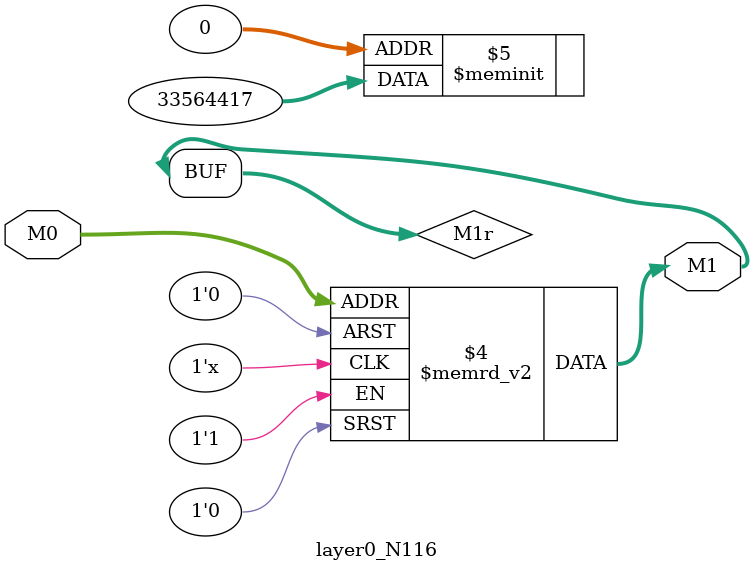
<source format=v>
module layer0_N116 ( input [3:0] M0, output [1:0] M1 );

	(*rom_style = "distributed" *) reg [1:0] M1r;
	assign M1 = M1r;
	always @ (M0) begin
		case (M0)
			4'b0000: M1r = 2'b01;
			4'b1000: M1r = 2'b00;
			4'b0100: M1r = 2'b11;
			4'b1100: M1r = 2'b10;
			4'b0010: M1r = 2'b00;
			4'b1010: M1r = 2'b00;
			4'b0110: M1r = 2'b10;
			4'b1110: M1r = 2'b00;
			4'b0001: M1r = 2'b00;
			4'b1001: M1r = 2'b00;
			4'b0101: M1r = 2'b01;
			4'b1101: M1r = 2'b00;
			4'b0011: M1r = 2'b00;
			4'b1011: M1r = 2'b00;
			4'b0111: M1r = 2'b00;
			4'b1111: M1r = 2'b00;

		endcase
	end
endmodule

</source>
